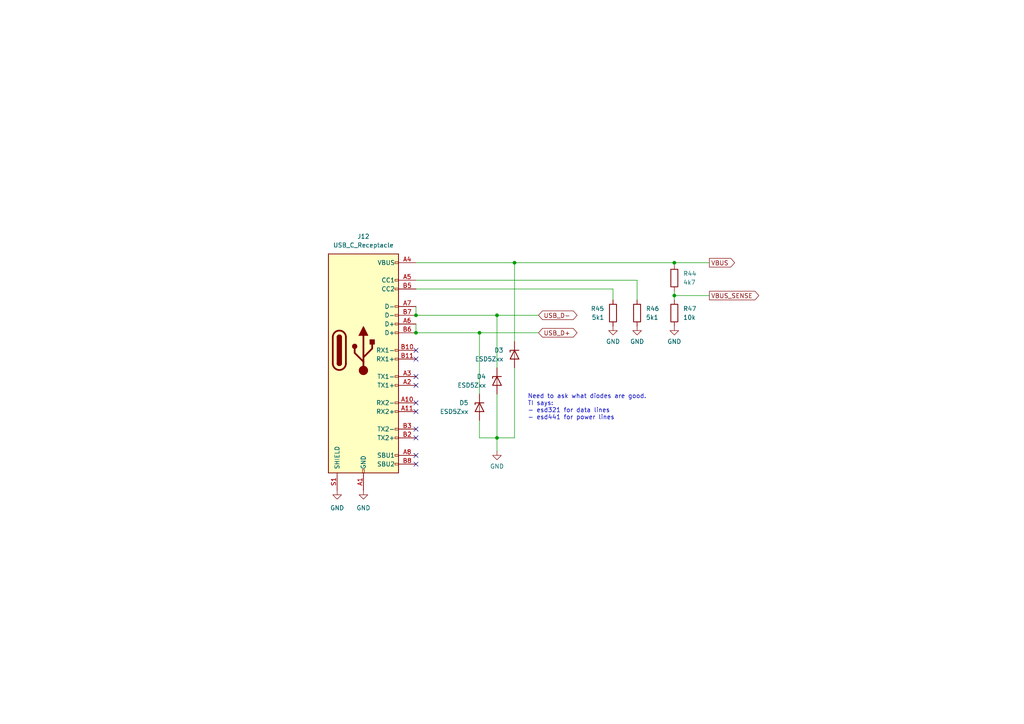
<source format=kicad_sch>
(kicad_sch (version 20230121) (generator eeschema)
  (paper "A4")
  (lib_symbols
    (symbol "Connector:USB_C_Receptacle" (pin_names (offset 1.016))
      (property "Reference" "J" (at -10.16 29.21 0))
      (property "Value" "USB_C_Receptacle" (at 10.16 29.21 0))
      (symbol "USB_C_Receptacle_0_0"
        (rectangle (start -0.254 -35.56) (end 0.254 -34.544))
        (rectangle (start 10.16 -32.766) (end 9.144 -33.274))
        (rectangle (start 10.16 -30.226) (end 9.144 -30.734))
        (rectangle (start 10.16 -25.146) (end 9.144 -25.654))
        (rectangle (start 10.16 -22.606) (end 9.144 -23.114))
        (rectangle (start 10.16 -17.526) (end 9.144 -18.034))
        (rectangle (start 10.16 -14.986) (end 9.144 -15.494))
        (rectangle (start 10.16 -9.906) (end 9.144 -10.414))
        (rectangle (start 10.16 -7.366) (end 9.144 -7.874))
        (rectangle (start 10.16 -2.286) (end 9.144 -2.794))
        (rectangle (start 10.16 0.254) (end 9.144 -0.254))
        (rectangle (start 10.16 5.334) (end 9.144 4.826))
        (rectangle (start 10.16 7.874) (end 9.144 7.366))
        (rectangle (start 10.16 10.414) (end 9.144 9.906))
        (rectangle (start 10.16 12.954) (end 9.144 12.446))
        (rectangle (start 10.16 18.034) (end 9.144 17.526))
        (rectangle (start 10.16 20.574) (end 9.144 20.066))
        (rectangle (start 10.16 25.654) (end 9.144 25.146))
      )
      (symbol "USB_C_Receptacle_0_1"
        (rectangle (start -10.16 27.94) (end 10.16 -35.56) (stroke (width 0.254)) (fill (type background)))
        (arc (start -8.89 -3.81) (mid -6.985 -5.7067) (end -5.08 -3.81) (stroke (width 0.508)))
        (arc (start -7.62 -3.81) (mid -6.985 -4.4423) (end -6.35 -3.81) (stroke (width 0.254)))
        (arc (start -7.62 -3.81) (mid -6.985 -4.4423) (end -6.35 -3.81) (stroke (width 0.254)) (fill (type outline)))
        (rectangle (start -7.62 -3.81) (end -6.35 3.81) (stroke (width 0.254)) (fill (type outline)))
        (arc (start -6.35 3.81) (mid -6.985 4.4423) (end -7.62 3.81) (stroke (width 0.254)))
        (arc (start -6.35 3.81) (mid -6.985 4.4423) (end -7.62 3.81) (stroke (width 0.254)) (fill (type outline)))
        (arc (start -5.08 3.81) (mid -6.985 5.7067) (end -8.89 3.81) (stroke (width 0.508)))
        (polyline (pts (xy -8.89 -3.81) (xy -8.89 3.81)) (stroke (width 0.508)))
        (polyline (pts (xy -5.08 3.81) (xy -5.08 -3.81)) (stroke (width 0.508)))
      )
      (symbol "USB_C_Receptacle_1_1"
        (circle (center -2.54 1.143) (radius 0.635) (stroke (width 0.254)) (fill (type outline)))
        (circle (center 0 -5.842) (radius 1.27) (fill (type outline)))
        (polyline (pts (xy 0 -5.842) (xy 0 4.318)) (stroke (width 0.508)))
        (polyline (pts (xy 0 -3.302) (xy -2.54 -0.762) (xy -2.54 0.508)) (stroke (width 0.508)))
        (polyline (pts (xy 0 -2.032) (xy 2.54 0.508) (xy 2.54 1.778)) (stroke (width 0.508)))
        (polyline (pts (xy -1.27 4.318) (xy 0 6.858) (xy 1.27 4.318) (xy -1.27 4.318)) (stroke (width 0.254)) (fill (type outline)))
        (rectangle (start 1.905 1.778) (end 3.175 3.048) (stroke (width 0.254)) (fill (type outline)))
        (pin passive line (at 0 -40.64 90) (length 5.08) (name "GND") (number "A1"))
        (pin bidirectional line (at 15.24 -15.24 180) (length 5.08) (name "RX2-") (number "A10"))
        (pin bidirectional line (at 15.24 -17.78 180) (length 5.08) (name "RX2+") (number "A11"))
        (pin passive line (at 0 -40.64 90) (length 5.08) hide (name "GND") (number "A12"))
        (pin bidirectional line (at 15.24 -10.16 180) (length 5.08) (name "TX1+") (number "A2"))
        (pin bidirectional line (at 15.24 -7.62 180) (length 5.08) (name "TX1-") (number "A3"))
        (pin passive line (at 15.24 25.4 180) (length 5.08) (name "VBUS") (number "A4"))
        (pin bidirectional line (at 15.24 20.32 180) (length 5.08) (name "CC1") (number "A5"))
        (pin bidirectional line (at 15.24 7.62 180) (length 5.08) (name "D+") (number "A6"))
        (pin bidirectional line (at 15.24 12.7 180) (length 5.08) (name "D-") (number "A7"))
        (pin bidirectional line (at 15.24 -30.48 180) (length 5.08) (name "SBU1") (number "A8"))
        (pin passive line (at 15.24 25.4 180) (length 5.08) hide (name "VBUS") (number "A9"))
        (pin passive line (at 0 -40.64 90) (length 5.08) hide (name "GND") (number "B1"))
        (pin bidirectional line (at 15.24 0 180) (length 5.08) (name "RX1-") (number "B10"))
        (pin bidirectional line (at 15.24 -2.54 180) (length 5.08) (name "RX1+") (number "B11"))
        (pin passive line (at 0 -40.64 90) (length 5.08) hide (name "GND") (number "B12"))
        (pin bidirectional line (at 15.24 -25.4 180) (length 5.08) (name "TX2+") (number "B2"))
        (pin bidirectional line (at 15.24 -22.86 180) (length 5.08) (name "TX2-") (number "B3"))
        (pin passive line (at 15.24 25.4 180) (length 5.08) hide (name "VBUS") (number "B4"))
        (pin bidirectional line (at 15.24 17.78 180) (length 5.08) (name "CC2") (number "B5"))
        (pin bidirectional line (at 15.24 5.08 180) (length 5.08) (name "D+") (number "B6"))
        (pin bidirectional line (at 15.24 10.16 180) (length 5.08) (name "D-") (number "B7"))
        (pin bidirectional line (at 15.24 -33.02 180) (length 5.08) (name "SBU2") (number "B8"))
        (pin passive line (at 15.24 25.4 180) (length 5.08) hide (name "VBUS") (number "B9"))
        (pin passive line (at -7.62 -40.64 90) (length 5.08) (name "SHIELD") (number "S1"))
      )
    )
    (symbol "Device:R" (pin_numbers hide) (pin_names (offset 0))
      (property "Reference" "R" (at 2.032 0 90))
      (property "Value" "R" (at 0 0 90))
      (symbol "R_0_1"
        (rectangle (start -1.016 -2.54) (end 1.016 2.54) (stroke (width 0.254)))
      )
      (symbol "R_1_1"
        (pin passive line (at 0 3.81 270) (length 1.27) (name "~") (number "1"))
        (pin passive line (at 0 -3.81 90) (length 1.27) (name "~") (number "2"))
      )
    )
    (symbol "Diode:ESD5Zxx" (pin_numbers hide) (pin_names hide)
      (property "Reference" "D" (at 0 2.54 0))
      (property "Value" "ESD5Zxx" (at 0 -2.54 0))
      (symbol "ESD5Zxx_0_1"
        (polyline (pts (xy 1.27 0) (xy -1.27 0)))
        (polyline (pts (xy -1.27 -1.27) (xy -1.27 1.27) (xy -0.762 1.27)) (stroke (width 0.254)))
        (polyline (pts (xy 1.27 -1.27) (xy 1.27 1.27) (xy -1.27 0) (xy 1.27 -1.27)) (stroke (width 0.254)))
      )
      (symbol "ESD5Zxx_1_1"
        (pin passive line (at -3.81 0 0) (length 2.54) (name "K") (number "1"))
        (pin passive line (at 3.81 0 180) (length 2.54) (name "A") (number "2"))
      )
    )
    (symbol "power:GND" (power) (pin_names (offset 0))
      (property "Value" "GND" (at 0 -3.81 0))
      (symbol "GND_0_1"
        (polyline (pts (xy 0 0) (xy 0 -1.27) (xy 1.27 -1.27) (xy 0 -2.54) (xy -1.27 -1.27) (xy 0 -1.27)))
      )
      (symbol "GND_1_1"
        (pin power_in line (at 0 0 270) (length 0) hide (name "GND") (number "1"))
      )
    )
  )
  (junction (at 195.58 76.2))
  (junction (at 139.065 96.52))
  (junction (at 149.225 76.2))
  (junction (at 144.145 127))
  (junction (at 120.65 91.44))
  (junction (at 195.58 85.725))
  (junction (at 120.65 96.52))
  (junction (at 144.145 91.44))
  (no_connect (at 120.65 119.38))
  (no_connect (at 120.65 104.14))
  (no_connect (at 120.65 132.08))
  (no_connect (at 120.65 111.76))
  (no_connect (at 120.65 101.6))
  (no_connect (at 120.65 124.46))
  (no_connect (at 120.65 116.84))
  (no_connect (at 120.65 134.62))
  (no_connect (at 120.65 127))
  (no_connect (at 120.65 109.22))
  (wire (pts (xy 149.225 106.68) (xy 149.225 127)))
  (wire (pts (xy 184.785 81.28) (xy 184.785 86.995)))
  (wire (pts (xy 144.145 91.44) (xy 144.145 106.68)))
  (wire (pts (xy 139.065 114.3) (xy 139.065 96.52)))
  (wire (pts (xy 120.65 93.98) (xy 120.65 96.52)))
  (wire (pts (xy 120.65 88.9) (xy 120.65 91.44)))
  (wire (pts (xy 144.145 127) (xy 139.065 127)))
  (wire (pts (xy 149.225 76.2) (xy 195.58 76.2)))
  (wire (pts (xy 195.58 76.2) (xy 205.74 76.2)))
  (wire (pts (xy 144.145 127) (xy 144.145 130.81)))
  (wire (pts (xy 177.8 83.82) (xy 177.8 86.995)))
  (wire (pts (xy 120.65 76.2) (xy 149.225 76.2)))
  (wire (pts (xy 149.225 76.2) (xy 149.225 99.06)))
  (wire (pts (xy 120.65 91.44) (xy 144.145 91.44)))
  (wire (pts (xy 195.58 86.995) (xy 195.58 85.725)))
  (wire (pts (xy 195.58 85.725) (xy 195.58 84.455)))
  (wire (pts (xy 139.065 96.52) (xy 156.21 96.52)))
  (wire (pts (xy 144.145 91.44) (xy 156.21 91.44)))
  (wire (pts (xy 120.65 81.28) (xy 184.785 81.28)))
  (wire (pts (xy 120.65 83.82) (xy 177.8 83.82)))
  (wire (pts (xy 149.225 127) (xy 144.145 127)))
  (wire (pts (xy 195.58 76.835) (xy 195.58 76.2)))
  (wire (pts (xy 120.65 96.52) (xy 139.065 96.52)))
  (wire (pts (xy 144.145 114.3) (xy 144.145 127)))
  (wire (pts (xy 139.065 121.92) (xy 139.065 127)))
  (wire (pts (xy 195.58 85.725) (xy 205.74 85.725)))
  (text "Need to ask what diodes are good.\nTI says:\n- esd321 for data lines\n- esd441 for power lines" (at 153.035 121.92 0) (effects (font (size 1.27 1.27)) (justify left bottom)))
  (global_label "USB_D+" (shape bidirectional) (at 156.21 96.52 0) (property "Intersheetrefs" "${INTERSHEET_REFS}" (effects hide)))
  (global_label "VBUS_SENSE" (shape output) (at 205.74 85.725 0) (property "Intersheetrefs" "${INTERSHEET_REFS}" (effects hide)))
  (global_label "USB_D-" (shape bidirectional) (at 156.21 91.44 0) (property "Intersheetrefs" "${INTERSHEET_REFS}" (effects hide)))
  (global_label "VBUS" (shape output) (at 205.74 76.2 0) (property "Intersheetrefs" "${INTERSHEET_REFS}" (effects hide)))
  (symbol (lib_id "Connector:USB_C_Receptacle") (at 105.41 101.6 0) (unit 1)
    (property "Reference" "J12" (at 105.41 68.58 0))
    (property "Value" "USB_C_Receptacle" (at 105.41 71.12 0))
    (property "Datasheet" "https://www.usb.org/sites/default/files/documents/usb_type-c.zip" (effects hide))
  )
  (symbol (lib_id "power:GND") (at 97.79 142.24 0) (unit 1)
    (property "Reference" "#PWR0156" (effects hide))
    (property "Value" "GND" (at 97.79 147.32 0))
  )
  (symbol (lib_id "Device:R") (at 184.785 90.805 0) (unit 1)
    (property "Reference" "R46" (at 187.325 89.535 0) (effects (justify left)))
    (property "Value" "5k1" (at 187.325 92.075 0) (effects (justify left)))
  )
  (symbol (lib_id "Diode:ESD5Zxx") (at 139.065 118.11 90) (mirror x) (unit 1)
    (property "Reference" "D5" (at 135.89 116.84 90) (effects (justify left)))
    (property "Value" "ESD5Zxx" (at 135.89 119.38 90) (effects (justify left)))
    (property "Footprint" "Diode_SMD:D_SOD-523" (effects hide))
    (property "Datasheet" "https://www.onsemi.com/pdf/datasheet/esd5z2.5t1-d.pdf" (effects hide))
  )
  (symbol (lib_id "power:GND") (at 184.785 94.615 0) (unit 1)
    (property "Reference" "#PWR0153" (effects hide))
    (property "Value" "GND" (at 184.785 99.06 0))
  )
  (symbol (lib_id "power:GND") (at 105.41 142.24 0) (unit 1)
    (property "Reference" "#PWR0157" (effects hide))
    (property "Value" "GND" (at 105.41 147.32 0))
  )
  (symbol (lib_id "Device:R") (at 177.8 90.805 0) (mirror y) (unit 1)
    (property "Reference" "R45" (at 175.26 89.535 0) (effects (justify left)))
    (property "Value" "5k1" (at 175.26 92.075 0) (effects (justify left)))
  )
  (symbol (lib_id "Device:R") (at 195.58 80.645 0) (unit 1)
    (property "Reference" "R44" (at 198.12 79.375 0) (effects (justify left)))
    (property "Value" "4k7" (at 198.12 81.915 0) (effects (justify left)))
  )
  (symbol (lib_id "power:GND") (at 195.58 94.615 0) (unit 1)
    (property "Reference" "#PWR0154" (effects hide))
    (property "Value" "GND" (at 195.58 99.06 0))
  )
  (symbol (lib_id "power:GND") (at 144.145 130.81 0) (unit 1)
    (property "Reference" "#PWR0155" (effects hide))
    (property "Value" "GND" (at 144.145 135.255 0))
  )
  (symbol (lib_id "power:GND") (at 177.8 94.615 0) (unit 1)
    (property "Reference" "#PWR0152" (effects hide))
    (property "Value" "GND" (at 177.8 99.06 0))
  )
  (symbol (lib_id "Diode:ESD5Zxx") (at 149.225 102.87 90) (mirror x) (unit 1)
    (property "Reference" "D3" (at 146.05 101.6 90) (effects (justify left)))
    (property "Value" "ESD5Zxx" (at 146.05 104.14 90) (effects (justify left)))
    (property "Footprint" "Diode_SMD:D_SOD-523" (effects hide))
    (property "Datasheet" "https://www.onsemi.com/pdf/datasheet/esd5z2.5t1-d.pdf" (effects hide))
  )
  (symbol (lib_id "Device:R") (at 195.58 90.805 0) (unit 1)
    (property "Reference" "R47" (at 198.12 89.535 0) (effects (justify left)))
    (property "Value" "10k" (at 198.12 92.075 0) (effects (justify left)))
  )
  (symbol (lib_id "Diode:ESD5Zxx") (at 144.145 110.49 90) (mirror x) (unit 1)
    (property "Reference" "D4" (at 140.97 109.22 90) (effects (justify left)))
    (property "Value" "ESD5Zxx" (at 140.97 111.76 90) (effects (justify left)))
    (property "Footprint" "Diode_SMD:D_SOD-523" (effects hide))
    (property "Datasheet" "https://www.onsemi.com/pdf/datasheet/esd5z2.5t1-d.pdf" (effects hide))
  )
)
</source>
